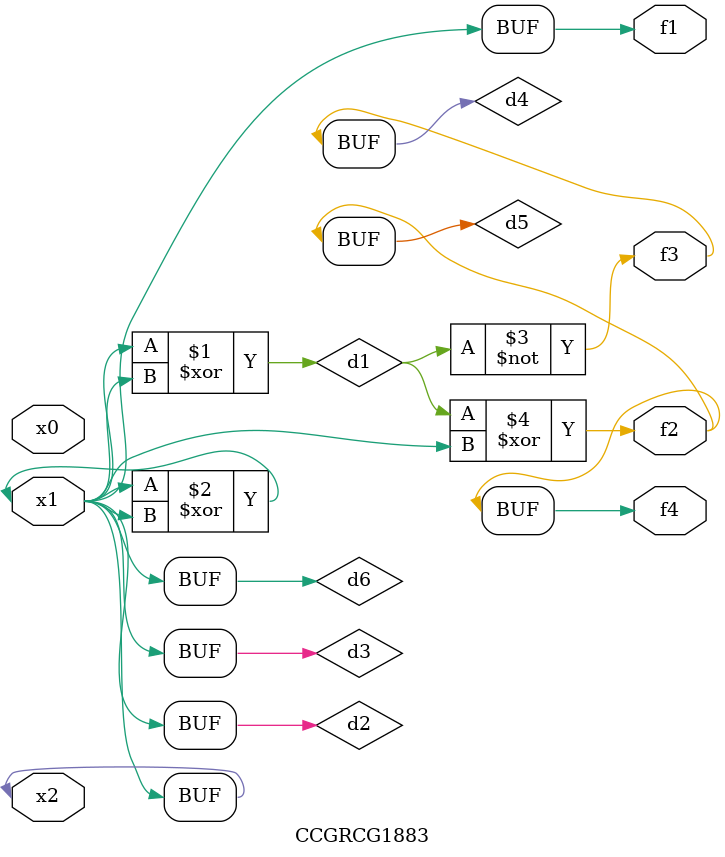
<source format=v>
module CCGRCG1883(
	input x0, x1, x2,
	output f1, f2, f3, f4
);

	wire d1, d2, d3, d4, d5, d6;

	xor (d1, x1, x2);
	buf (d2, x1, x2);
	xor (d3, x1, x2);
	nor (d4, d1);
	xor (d5, d1, d2);
	buf (d6, d2, d3);
	assign f1 = d6;
	assign f2 = d5;
	assign f3 = d4;
	assign f4 = d5;
endmodule

</source>
